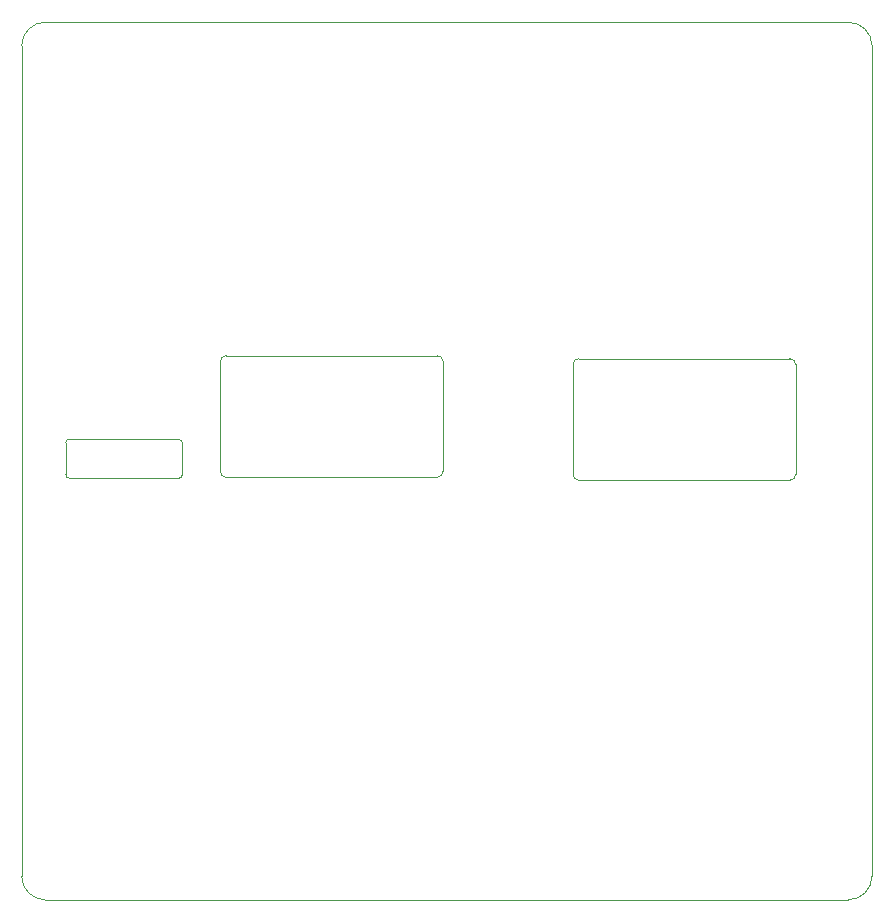
<source format=gbr>
%TF.GenerationSoftware,KiCad,Pcbnew,8.0.7*%
%TF.CreationDate,2025-03-13T19:28:30-05:00*%
%TF.ProjectId,motorboard,6d6f746f-7262-46f6-9172-642e6b696361,rev?*%
%TF.SameCoordinates,Original*%
%TF.FileFunction,Profile,NP*%
%FSLAX46Y46*%
G04 Gerber Fmt 4.6, Leading zero omitted, Abs format (unit mm)*
G04 Created by KiCad (PCBNEW 8.0.7) date 2025-03-13 19:28:30*
%MOMM*%
%LPD*%
G01*
G04 APERTURE LIST*
%TA.AperFunction,Profile*%
%ADD10C,0.050000*%
%TD*%
G04 APERTURE END LIST*
D10*
X121068000Y-95319000D02*
G75*
G02*
X121368000Y-95619000I0J-300000D01*
G01*
X154452000Y-98286000D02*
X154452000Y-88984000D01*
X179776000Y-70395000D02*
X179776000Y-62012000D01*
X107767000Y-62012000D02*
G75*
G02*
X109767000Y-60012000I2000000J0D01*
G01*
X107767000Y-70395000D02*
X107767000Y-62012000D01*
X107767000Y-132308000D02*
X107767000Y-70395000D01*
X121368000Y-95619000D02*
X121368000Y-98321000D01*
X111804000Y-95319000D02*
X121068000Y-95319000D01*
X125084000Y-98537000D02*
G75*
G02*
X124584000Y-98037000I0J500000D01*
G01*
X109767000Y-134308000D02*
G75*
G02*
X107767000Y-132308000I0J2000000D01*
G01*
X125084000Y-88235000D02*
X142948000Y-88235000D01*
X142948000Y-98537000D02*
X125084000Y-98537000D01*
X111804000Y-98621000D02*
G75*
G02*
X111504000Y-98321000I0J300000D01*
G01*
X177776000Y-60012000D02*
G75*
G02*
X179776000Y-62012000I0J-2000000D01*
G01*
X173316000Y-98286000D02*
G75*
G02*
X172816000Y-98786000I-500000J0D01*
G01*
X143448000Y-88735000D02*
X143448000Y-98037000D01*
X142948000Y-88235000D02*
G75*
G02*
X143448000Y-88735000I0J-500000D01*
G01*
X154952000Y-98786000D02*
G75*
G02*
X154452000Y-98286000I0J500000D01*
G01*
X154452000Y-88984000D02*
G75*
G02*
X154952000Y-88484000I500000J0D01*
G01*
X173316000Y-88984000D02*
X173316000Y-98286000D01*
X177776000Y-134308000D02*
X109767000Y-134308000D01*
X124584000Y-98037000D02*
X124584000Y-88735000D01*
X121068000Y-98621000D02*
X111804000Y-98621000D01*
X109767000Y-60012000D02*
X177776000Y-60012000D01*
X154952000Y-88484000D02*
X172816000Y-88484000D01*
X179776000Y-132308000D02*
G75*
G02*
X177776000Y-134308000I-2000000J0D01*
G01*
X172816000Y-88484000D02*
G75*
G02*
X173316000Y-88984000I0J-500000D01*
G01*
X111504000Y-95619000D02*
G75*
G02*
X111804000Y-95319000I300000J0D01*
G01*
X124584000Y-88735000D02*
G75*
G02*
X125084000Y-88235000I500000J0D01*
G01*
X179776000Y-70395000D02*
X179776000Y-132308000D01*
X121368000Y-98321000D02*
G75*
G02*
X121068000Y-98621000I-300000J0D01*
G01*
X172816000Y-98786000D02*
X154952000Y-98786000D01*
X143448000Y-98037000D02*
G75*
G02*
X142948000Y-98537000I-500000J0D01*
G01*
X111504000Y-98321000D02*
X111504000Y-95619000D01*
M02*

</source>
